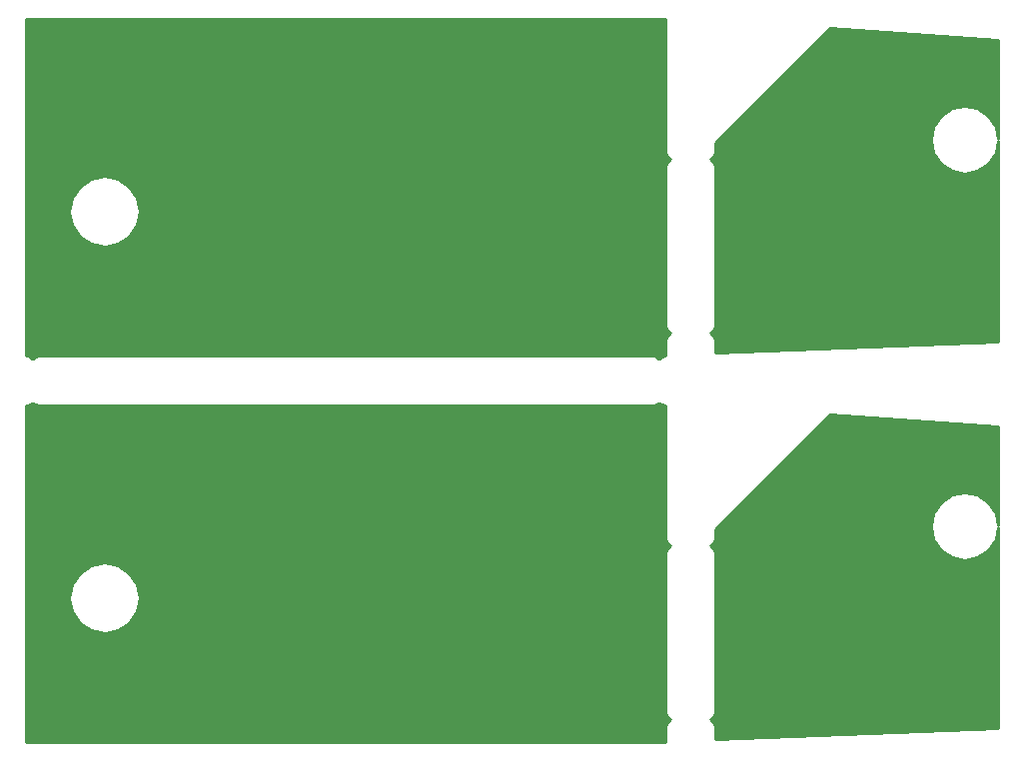
<source format=gtl>
G04 #@! TF.FileFunction,Copper,L1,Top,Signal*
%FSLAX46Y46*%
G04 Gerber Fmt 4.6, Leading zero omitted, Abs format (unit mm)*
G04 Created by KiCad (PCBNEW 4.0.7) date Mon May 14 02:01:04 2018*
%MOMM*%
%LPD*%
G01*
G04 APERTURE LIST*
%ADD10C,0.100000*%
%ADD11C,0.400000*%
%ADD12C,0.254000*%
G04 APERTURE END LIST*
D10*
D11*
X167640000Y-122428000D03*
X167640000Y-89662000D03*
X109220000Y-90424000D03*
X109220000Y-122936000D03*
D12*
G36*
X147325954Y-105658046D02*
X147556295Y-105811954D01*
X147828000Y-105866000D01*
X147880000Y-105866000D01*
X147880000Y-117094000D01*
X147934046Y-117365705D01*
X148087954Y-117596046D01*
X148286935Y-117729000D01*
X148087954Y-117861954D01*
X147934046Y-118092295D01*
X147880000Y-118364000D01*
X147880000Y-131826000D01*
X147934046Y-132097705D01*
X148087954Y-132328046D01*
X148286935Y-132461000D01*
X148087954Y-132593954D01*
X147934046Y-132824295D01*
X147880000Y-133096000D01*
X147880000Y-134418000D01*
X93674000Y-134418000D01*
X93674000Y-122174000D01*
X97348155Y-122174000D01*
X97575134Y-123315103D01*
X98221517Y-124282483D01*
X99188897Y-124928866D01*
X100330000Y-125155845D01*
X101471103Y-124928866D01*
X102438483Y-124282483D01*
X103084866Y-123315103D01*
X103311845Y-122174000D01*
X103084866Y-121032897D01*
X102438483Y-120065517D01*
X101471103Y-119419134D01*
X100330000Y-119192155D01*
X99188897Y-119419134D01*
X98221517Y-120065517D01*
X97575134Y-121032897D01*
X97348155Y-122174000D01*
X93674000Y-122174000D01*
X93674000Y-105866000D01*
X93726000Y-105866000D01*
X93997705Y-105811954D01*
X94228046Y-105658046D01*
X94234000Y-105649135D01*
X94239954Y-105658046D01*
X94470295Y-105811954D01*
X94742000Y-105866000D01*
X146812000Y-105866000D01*
X147083705Y-105811954D01*
X147314046Y-105658046D01*
X147320000Y-105649135D01*
X147325954Y-105658046D01*
X147325954Y-105658046D01*
G37*
X147325954Y-105658046D02*
X147556295Y-105811954D01*
X147828000Y-105866000D01*
X147880000Y-105866000D01*
X147880000Y-117094000D01*
X147934046Y-117365705D01*
X148087954Y-117596046D01*
X148286935Y-117729000D01*
X148087954Y-117861954D01*
X147934046Y-118092295D01*
X147880000Y-118364000D01*
X147880000Y-131826000D01*
X147934046Y-132097705D01*
X148087954Y-132328046D01*
X148286935Y-132461000D01*
X148087954Y-132593954D01*
X147934046Y-132824295D01*
X147880000Y-133096000D01*
X147880000Y-134418000D01*
X93674000Y-134418000D01*
X93674000Y-122174000D01*
X97348155Y-122174000D01*
X97575134Y-123315103D01*
X98221517Y-124282483D01*
X99188897Y-124928866D01*
X100330000Y-125155845D01*
X101471103Y-124928866D01*
X102438483Y-124282483D01*
X103084866Y-123315103D01*
X103311845Y-122174000D01*
X103084866Y-121032897D01*
X102438483Y-120065517D01*
X101471103Y-119419134D01*
X100330000Y-119192155D01*
X99188897Y-119419134D01*
X98221517Y-120065517D01*
X97575134Y-121032897D01*
X97348155Y-122174000D01*
X93674000Y-122174000D01*
X93674000Y-105866000D01*
X93726000Y-105866000D01*
X93997705Y-105811954D01*
X94228046Y-105658046D01*
X94234000Y-105649135D01*
X94239954Y-105658046D01*
X94470295Y-105811954D01*
X94742000Y-105866000D01*
X146812000Y-105866000D01*
X147083705Y-105811954D01*
X147314046Y-105658046D01*
X147320000Y-105649135D01*
X147325954Y-105658046D01*
G36*
X176074000Y-107598753D02*
X176074000Y-115981168D01*
X175875156Y-114981512D01*
X175254045Y-114051955D01*
X174324488Y-113430844D01*
X173228000Y-113212739D01*
X172131512Y-113430844D01*
X171201955Y-114051955D01*
X170580844Y-114981512D01*
X170362739Y-116078000D01*
X170580844Y-117174488D01*
X171201955Y-118104045D01*
X172131512Y-118725156D01*
X173228000Y-118943261D01*
X174324488Y-118725156D01*
X175254045Y-118104045D01*
X175875156Y-117174488D01*
X176074000Y-116174832D01*
X176074000Y-133175832D01*
X152094000Y-134135032D01*
X152094000Y-133096000D01*
X152039954Y-132824295D01*
X151886046Y-132593954D01*
X151687065Y-132461000D01*
X151886046Y-132328046D01*
X152039954Y-132097705D01*
X152094000Y-131826000D01*
X152094000Y-118364000D01*
X152039954Y-118092295D01*
X151886046Y-117861954D01*
X151687065Y-117729000D01*
X151886046Y-117596046D01*
X152039954Y-117365705D01*
X152094000Y-117094000D01*
X152094000Y-116372092D01*
X152394043Y-116072048D01*
X152394046Y-116072046D01*
X161538046Y-106928046D01*
X161818222Y-106647869D01*
X176074000Y-107598753D01*
X176074000Y-107598753D01*
G37*
X176074000Y-107598753D02*
X176074000Y-115981168D01*
X175875156Y-114981512D01*
X175254045Y-114051955D01*
X174324488Y-113430844D01*
X173228000Y-113212739D01*
X172131512Y-113430844D01*
X171201955Y-114051955D01*
X170580844Y-114981512D01*
X170362739Y-116078000D01*
X170580844Y-117174488D01*
X171201955Y-118104045D01*
X172131512Y-118725156D01*
X173228000Y-118943261D01*
X174324488Y-118725156D01*
X175254045Y-118104045D01*
X175875156Y-117174488D01*
X176074000Y-116174832D01*
X176074000Y-133175832D01*
X152094000Y-134135032D01*
X152094000Y-133096000D01*
X152039954Y-132824295D01*
X151886046Y-132593954D01*
X151687065Y-132461000D01*
X151886046Y-132328046D01*
X152039954Y-132097705D01*
X152094000Y-131826000D01*
X152094000Y-118364000D01*
X152039954Y-118092295D01*
X151886046Y-117861954D01*
X151687065Y-117729000D01*
X151886046Y-117596046D01*
X152039954Y-117365705D01*
X152094000Y-117094000D01*
X152094000Y-116372092D01*
X152394043Y-116072048D01*
X152394046Y-116072046D01*
X161538046Y-106928046D01*
X161818222Y-106647869D01*
X176074000Y-107598753D01*
G36*
X147880000Y-84328000D02*
X147934046Y-84599705D01*
X148087954Y-84830046D01*
X148286935Y-84963000D01*
X148087954Y-85095954D01*
X147934046Y-85326295D01*
X147880000Y-85598000D01*
X147880000Y-99060000D01*
X147934046Y-99331705D01*
X148087954Y-99562046D01*
X148286935Y-99695000D01*
X148087954Y-99827954D01*
X147934046Y-100058295D01*
X147880000Y-100330000D01*
X147880000Y-101652000D01*
X147828000Y-101652000D01*
X147556295Y-101706046D01*
X147325954Y-101859954D01*
X147320000Y-101868865D01*
X147314046Y-101859954D01*
X147083705Y-101706046D01*
X146812000Y-101652000D01*
X94742000Y-101652000D01*
X94470295Y-101706046D01*
X94239954Y-101859954D01*
X94234000Y-101868865D01*
X94228046Y-101859954D01*
X93997705Y-101706046D01*
X93726000Y-101652000D01*
X93674000Y-101652000D01*
X93674000Y-89408000D01*
X97348155Y-89408000D01*
X97575134Y-90549103D01*
X98221517Y-91516483D01*
X99188897Y-92162866D01*
X100330000Y-92389845D01*
X101471103Y-92162866D01*
X102438483Y-91516483D01*
X103084866Y-90549103D01*
X103311845Y-89408000D01*
X103084866Y-88266897D01*
X102438483Y-87299517D01*
X101471103Y-86653134D01*
X100330000Y-86426155D01*
X99188897Y-86653134D01*
X98221517Y-87299517D01*
X97575134Y-88266897D01*
X97348155Y-89408000D01*
X93674000Y-89408000D01*
X93674000Y-73100000D01*
X147880000Y-73100000D01*
X147880000Y-84328000D01*
X147880000Y-84328000D01*
G37*
X147880000Y-84328000D02*
X147934046Y-84599705D01*
X148087954Y-84830046D01*
X148286935Y-84963000D01*
X148087954Y-85095954D01*
X147934046Y-85326295D01*
X147880000Y-85598000D01*
X147880000Y-99060000D01*
X147934046Y-99331705D01*
X148087954Y-99562046D01*
X148286935Y-99695000D01*
X148087954Y-99827954D01*
X147934046Y-100058295D01*
X147880000Y-100330000D01*
X147880000Y-101652000D01*
X147828000Y-101652000D01*
X147556295Y-101706046D01*
X147325954Y-101859954D01*
X147320000Y-101868865D01*
X147314046Y-101859954D01*
X147083705Y-101706046D01*
X146812000Y-101652000D01*
X94742000Y-101652000D01*
X94470295Y-101706046D01*
X94239954Y-101859954D01*
X94234000Y-101868865D01*
X94228046Y-101859954D01*
X93997705Y-101706046D01*
X93726000Y-101652000D01*
X93674000Y-101652000D01*
X93674000Y-89408000D01*
X97348155Y-89408000D01*
X97575134Y-90549103D01*
X98221517Y-91516483D01*
X99188897Y-92162866D01*
X100330000Y-92389845D01*
X101471103Y-92162866D01*
X102438483Y-91516483D01*
X103084866Y-90549103D01*
X103311845Y-89408000D01*
X103084866Y-88266897D01*
X102438483Y-87299517D01*
X101471103Y-86653134D01*
X100330000Y-86426155D01*
X99188897Y-86653134D01*
X98221517Y-87299517D01*
X97575134Y-88266897D01*
X97348155Y-89408000D01*
X93674000Y-89408000D01*
X93674000Y-73100000D01*
X147880000Y-73100000D01*
X147880000Y-84328000D01*
G36*
X176074000Y-74832753D02*
X176074000Y-83215168D01*
X175875156Y-82215512D01*
X175254045Y-81285955D01*
X174324488Y-80664844D01*
X173228000Y-80446739D01*
X172131512Y-80664844D01*
X171201955Y-81285955D01*
X170580844Y-82215512D01*
X170362739Y-83312000D01*
X170580844Y-84408488D01*
X171201955Y-85338045D01*
X172131512Y-85959156D01*
X173228000Y-86177261D01*
X174324488Y-85959156D01*
X175254045Y-85338045D01*
X175875156Y-84408488D01*
X176074000Y-83408832D01*
X176074000Y-100409832D01*
X152094000Y-101369032D01*
X152094000Y-100330000D01*
X152039954Y-100058295D01*
X151886046Y-99827954D01*
X151687065Y-99695000D01*
X151886046Y-99562046D01*
X152039954Y-99331705D01*
X152094000Y-99060000D01*
X152094000Y-85598000D01*
X152039954Y-85326295D01*
X151886046Y-85095954D01*
X151687065Y-84963000D01*
X151886046Y-84830046D01*
X152039954Y-84599705D01*
X152094000Y-84328000D01*
X152094000Y-83606092D01*
X152394043Y-83306048D01*
X152394046Y-83306046D01*
X161538046Y-74162046D01*
X161818222Y-73881869D01*
X176074000Y-74832753D01*
X176074000Y-74832753D01*
G37*
X176074000Y-74832753D02*
X176074000Y-83215168D01*
X175875156Y-82215512D01*
X175254045Y-81285955D01*
X174324488Y-80664844D01*
X173228000Y-80446739D01*
X172131512Y-80664844D01*
X171201955Y-81285955D01*
X170580844Y-82215512D01*
X170362739Y-83312000D01*
X170580844Y-84408488D01*
X171201955Y-85338045D01*
X172131512Y-85959156D01*
X173228000Y-86177261D01*
X174324488Y-85959156D01*
X175254045Y-85338045D01*
X175875156Y-84408488D01*
X176074000Y-83408832D01*
X176074000Y-100409832D01*
X152094000Y-101369032D01*
X152094000Y-100330000D01*
X152039954Y-100058295D01*
X151886046Y-99827954D01*
X151687065Y-99695000D01*
X151886046Y-99562046D01*
X152039954Y-99331705D01*
X152094000Y-99060000D01*
X152094000Y-85598000D01*
X152039954Y-85326295D01*
X151886046Y-85095954D01*
X151687065Y-84963000D01*
X151886046Y-84830046D01*
X152039954Y-84599705D01*
X152094000Y-84328000D01*
X152094000Y-83606092D01*
X152394043Y-83306048D01*
X152394046Y-83306046D01*
X161538046Y-74162046D01*
X161818222Y-73881869D01*
X176074000Y-74832753D01*
M02*

</source>
